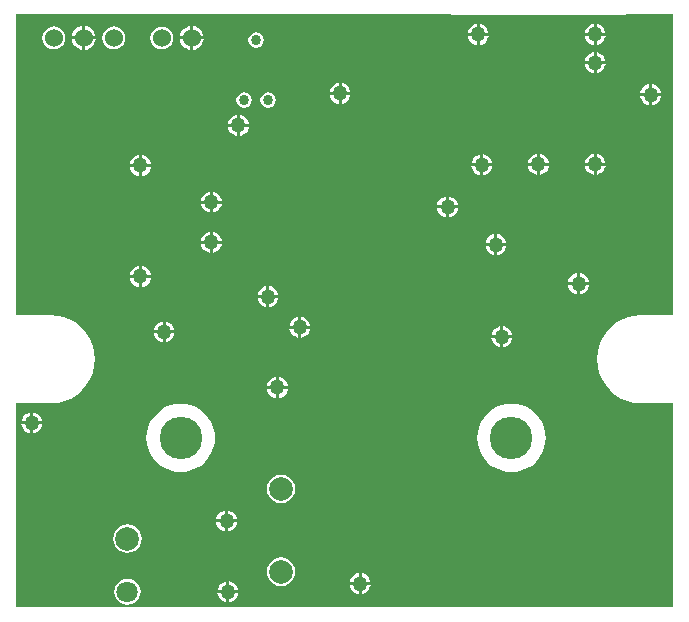
<source format=gbl>
G04 Layer_Physical_Order=2*
G04 Layer_Color=16711680*
%FSLAX44Y44*%
%MOMM*%
G71*
G01*
G75*
%ADD31C,3.6000*%
%ADD32C,0.8636*%
%ADD33C,2.0000*%
%ADD34C,1.5240*%
%ADD35C,1.8000*%
%ADD36C,1.2700*%
G36*
X560000Y252434D02*
X533050D01*
X532228Y252271D01*
X527202Y251875D01*
X521497Y250505D01*
X516077Y248260D01*
X511076Y245195D01*
X506615Y241385D01*
X502805Y236924D01*
X499739Y231922D01*
X497495Y226503D01*
X496125Y220798D01*
X495665Y214950D01*
X496125Y209102D01*
X497495Y203397D01*
X499739Y197978D01*
X502805Y192976D01*
X506615Y188515D01*
X511076Y184705D01*
X516077Y181639D01*
X521497Y179394D01*
X527202Y178025D01*
X533050Y177565D01*
Y177616D01*
X560000D01*
X560000Y5000D01*
X4000Y5000D01*
Y177616D01*
X33050D01*
Y177565D01*
X38898Y178025D01*
X44603Y179394D01*
X50023Y181639D01*
X55024Y184705D01*
X59485Y188515D01*
X63295Y192976D01*
X66361Y197978D01*
X68605Y203397D01*
X69975Y209102D01*
X70435Y214950D01*
X69975Y220798D01*
X68605Y226503D01*
X66361Y231922D01*
X63295Y236924D01*
X59485Y241385D01*
X55024Y245195D01*
X50023Y248260D01*
X44603Y250505D01*
X38898Y251875D01*
X33050Y252335D01*
Y252284D01*
X4000D01*
Y507000D01*
X372263D01*
X372558Y506558D01*
X373220Y506116D01*
X374000Y505961D01*
X518000D01*
X518780Y506116D01*
X519442Y506558D01*
X519737Y507000D01*
X560000D01*
X560000Y252434D01*
D02*
G37*
%LPC*%
G36*
X215730Y276800D02*
X214679Y276661D01*
X212517Y275765D01*
X210660Y274340D01*
X209235Y272483D01*
X208339Y270321D01*
X208200Y269270D01*
X215730D01*
Y276800D01*
D02*
G37*
G36*
X225800Y266730D02*
X218270D01*
Y259200D01*
X219321Y259339D01*
X221483Y260235D01*
X223340Y261660D01*
X224765Y263517D01*
X225661Y265679D01*
X225800Y266730D01*
D02*
G37*
G36*
X215730D02*
X208200D01*
X208339Y265679D01*
X209235Y263517D01*
X210660Y261660D01*
X212517Y260235D01*
X214679Y259339D01*
X215730Y259200D01*
Y266730D01*
D02*
G37*
G36*
X218270Y276800D02*
Y269270D01*
X225800D01*
X225661Y270321D01*
X224765Y272483D01*
X223340Y274340D01*
X221483Y275765D01*
X219321Y276661D01*
X218270Y276800D01*
D02*
G37*
G36*
X107730Y283730D02*
X100201D01*
X100339Y282679D01*
X101235Y280517D01*
X102660Y278660D01*
X104517Y277235D01*
X106679Y276339D01*
X107730Y276201D01*
Y283730D01*
D02*
G37*
G36*
X488800Y277730D02*
X481270D01*
Y270201D01*
X482321Y270339D01*
X484483Y271235D01*
X486340Y272660D01*
X487765Y274517D01*
X488661Y276679D01*
X488800Y277730D01*
D02*
G37*
G36*
X478730D02*
X471200D01*
X471339Y276679D01*
X472235Y274517D01*
X473660Y272660D01*
X475517Y271235D01*
X477679Y270339D01*
X478730Y270201D01*
Y277730D01*
D02*
G37*
G36*
X245270Y250800D02*
Y243270D01*
X252799D01*
X252661Y244321D01*
X251765Y246483D01*
X250340Y248340D01*
X248483Y249765D01*
X246321Y250661D01*
X245270Y250800D01*
D02*
G37*
G36*
X413730Y242799D02*
X412679Y242661D01*
X410517Y241765D01*
X408660Y240340D01*
X407235Y238483D01*
X406339Y236321D01*
X406200Y235270D01*
X413730D01*
Y242799D01*
D02*
G37*
G36*
X252799Y240730D02*
X245270D01*
Y233200D01*
X246321Y233339D01*
X248483Y234235D01*
X250340Y235660D01*
X251765Y237517D01*
X252661Y239679D01*
X252799Y240730D01*
D02*
G37*
G36*
X242730D02*
X235201D01*
X235339Y239679D01*
X236235Y237517D01*
X237660Y235660D01*
X239517Y234235D01*
X241679Y233339D01*
X242730Y233200D01*
Y240730D01*
D02*
G37*
G36*
X416270Y242799D02*
Y235270D01*
X423800D01*
X423661Y236321D01*
X422765Y238483D01*
X421340Y240340D01*
X419483Y241765D01*
X417321Y242661D01*
X416270Y242799D01*
D02*
G37*
G36*
X242730Y250800D02*
X241679Y250661D01*
X239517Y249765D01*
X237660Y248340D01*
X236235Y246483D01*
X235339Y244321D01*
X235201Y243270D01*
X242730D01*
Y250800D01*
D02*
G37*
G36*
X130270Y246800D02*
Y239270D01*
X137800D01*
X137661Y240321D01*
X136765Y242483D01*
X135340Y244340D01*
X133483Y245765D01*
X131321Y246661D01*
X130270Y246800D01*
D02*
G37*
G36*
X127730D02*
X126679Y246661D01*
X124517Y245765D01*
X122660Y244340D01*
X121235Y242483D01*
X120339Y240321D01*
X120201Y239270D01*
X127730D01*
Y246800D01*
D02*
G37*
G36*
X411270Y320799D02*
Y313270D01*
X418800D01*
X418661Y314321D01*
X417765Y316483D01*
X416340Y318340D01*
X414483Y319765D01*
X412321Y320661D01*
X411270Y320799D01*
D02*
G37*
G36*
X408730D02*
X407679Y320661D01*
X405517Y319765D01*
X403660Y318340D01*
X402235Y316483D01*
X401339Y314321D01*
X401200Y313270D01*
X408730D01*
Y320799D01*
D02*
G37*
G36*
X177799Y312730D02*
X170270D01*
Y305201D01*
X171321Y305339D01*
X173483Y306235D01*
X175340Y307660D01*
X176765Y309517D01*
X177661Y311679D01*
X177799Y312730D01*
D02*
G37*
G36*
X167730Y322799D02*
X166679Y322661D01*
X164517Y321765D01*
X162660Y320340D01*
X161235Y318483D01*
X160339Y316321D01*
X160201Y315270D01*
X167730D01*
Y322799D01*
D02*
G37*
G36*
X377799Y342730D02*
X370270D01*
Y335201D01*
X371321Y335339D01*
X373483Y336235D01*
X375340Y337659D01*
X376765Y339517D01*
X377661Y341679D01*
X377799Y342730D01*
D02*
G37*
G36*
X367730D02*
X360201D01*
X360339Y341679D01*
X361235Y339517D01*
X362660Y337659D01*
X364517Y336235D01*
X366679Y335339D01*
X367730Y335201D01*
Y342730D01*
D02*
G37*
G36*
X170270Y322799D02*
Y315270D01*
X177799D01*
X177661Y316321D01*
X176765Y318483D01*
X175340Y320340D01*
X173483Y321765D01*
X171321Y322661D01*
X170270Y322799D01*
D02*
G37*
G36*
X167730Y312730D02*
X160201D01*
X160339Y311679D01*
X161235Y309517D01*
X162660Y307660D01*
X164517Y306235D01*
X166679Y305339D01*
X167730Y305201D01*
Y312730D01*
D02*
G37*
G36*
X481270Y287799D02*
Y280270D01*
X488800D01*
X488661Y281321D01*
X487765Y283483D01*
X486340Y285340D01*
X484483Y286765D01*
X482321Y287661D01*
X481270Y287799D01*
D02*
G37*
G36*
X478730D02*
X477679Y287661D01*
X475517Y286765D01*
X473660Y285340D01*
X472235Y283483D01*
X471339Y281321D01*
X471200Y280270D01*
X478730D01*
Y287799D01*
D02*
G37*
G36*
X117800Y283730D02*
X110270D01*
Y276201D01*
X111321Y276339D01*
X113483Y277235D01*
X115340Y278660D01*
X116765Y280517D01*
X117661Y282679D01*
X117800Y283730D01*
D02*
G37*
G36*
X107730Y293799D02*
X106679Y293661D01*
X104517Y292765D01*
X102660Y291340D01*
X101235Y289483D01*
X100339Y287321D01*
X100201Y286270D01*
X107730D01*
Y293799D01*
D02*
G37*
G36*
X418800Y310730D02*
X411270D01*
Y303200D01*
X412321Y303339D01*
X414483Y304235D01*
X416340Y305660D01*
X417765Y307517D01*
X418661Y309679D01*
X418800Y310730D01*
D02*
G37*
G36*
X408730D02*
X401200D01*
X401339Y309679D01*
X402235Y307517D01*
X403660Y305660D01*
X405517Y304235D01*
X407679Y303339D01*
X408730Y303200D01*
Y310730D01*
D02*
G37*
G36*
X110270Y293799D02*
Y286270D01*
X117800D01*
X117661Y287321D01*
X116765Y289483D01*
X115340Y291340D01*
X113483Y292765D01*
X111321Y293661D01*
X110270Y293799D01*
D02*
G37*
G36*
X98000Y75104D02*
X94867Y74691D01*
X91948Y73482D01*
X89441Y71558D01*
X87518Y69052D01*
X86309Y66133D01*
X85896Y63000D01*
X86309Y59867D01*
X87518Y56948D01*
X89441Y54441D01*
X91948Y52518D01*
X94867Y51309D01*
X98000Y50896D01*
X101133Y51309D01*
X104052Y52518D01*
X106559Y54441D01*
X108482Y56948D01*
X109691Y59867D01*
X110104Y63000D01*
X109691Y66133D01*
X108482Y69052D01*
X106559Y71558D01*
X104052Y73482D01*
X101133Y74691D01*
X98000Y75104D01*
D02*
G37*
G36*
X296270Y33800D02*
Y26270D01*
X303799D01*
X303661Y27321D01*
X302765Y29483D01*
X301340Y31340D01*
X299483Y32765D01*
X297321Y33661D01*
X296270Y33800D01*
D02*
G37*
G36*
X293730D02*
X292679Y33661D01*
X290517Y32765D01*
X288660Y31340D01*
X287235Y29483D01*
X286339Y27321D01*
X286201Y26270D01*
X293730D01*
Y33800D01*
D02*
G37*
G36*
X180730Y76730D02*
X173200D01*
X173339Y75679D01*
X174235Y73517D01*
X175660Y71660D01*
X177517Y70235D01*
X179679Y69339D01*
X180730Y69201D01*
Y76730D01*
D02*
G37*
G36*
X183270Y86799D02*
Y79270D01*
X190800D01*
X190661Y80321D01*
X189765Y82483D01*
X188340Y84340D01*
X186483Y85765D01*
X184321Y86661D01*
X183270Y86799D01*
D02*
G37*
G36*
X180730D02*
X179679Y86661D01*
X177517Y85765D01*
X175660Y84340D01*
X174235Y82483D01*
X173339Y80321D01*
X173200Y79270D01*
X180730D01*
Y86799D01*
D02*
G37*
G36*
X190800Y76730D02*
X183270D01*
Y69201D01*
X184321Y69339D01*
X186483Y70235D01*
X188340Y71660D01*
X189765Y73517D01*
X190661Y75679D01*
X190800Y76730D01*
D02*
G37*
G36*
X228000Y47104D02*
X224867Y46691D01*
X221948Y45482D01*
X219442Y43559D01*
X217518Y41052D01*
X216309Y38133D01*
X215896Y35000D01*
X216309Y31867D01*
X217518Y28948D01*
X219442Y26442D01*
X221948Y24518D01*
X224867Y23309D01*
X228000Y22896D01*
X231133Y23309D01*
X234052Y24518D01*
X236558Y26442D01*
X238482Y28948D01*
X239691Y31867D01*
X240104Y35000D01*
X239691Y38133D01*
X238482Y41052D01*
X236558Y43559D01*
X234052Y45482D01*
X231133Y46691D01*
X228000Y47104D01*
D02*
G37*
G36*
X191800Y16730D02*
X184270D01*
Y9201D01*
X185321Y9339D01*
X187483Y10235D01*
X189340Y11660D01*
X190765Y13517D01*
X191661Y15679D01*
X191800Y16730D01*
D02*
G37*
G36*
X181730D02*
X174200D01*
X174339Y15679D01*
X175235Y13517D01*
X176660Y11660D01*
X178517Y10235D01*
X180679Y9339D01*
X181730Y9201D01*
Y16730D01*
D02*
G37*
G36*
X98000Y29095D02*
X95128Y28717D01*
X92453Y27608D01*
X90155Y25845D01*
X88392Y23547D01*
X87283Y20872D01*
X86905Y18000D01*
X87283Y15128D01*
X88392Y12453D01*
X90155Y10155D01*
X92453Y8392D01*
X95128Y7283D01*
X98000Y6905D01*
X100872Y7283D01*
X103547Y8392D01*
X105845Y10155D01*
X107608Y12453D01*
X108717Y15128D01*
X109095Y18000D01*
X108717Y20872D01*
X107608Y23547D01*
X105845Y25845D01*
X103547Y27608D01*
X100872Y28717D01*
X98000Y29095D01*
D02*
G37*
G36*
X293730Y23730D02*
X286201D01*
X286339Y22679D01*
X287235Y20517D01*
X288660Y18660D01*
X290517Y17235D01*
X292679Y16339D01*
X293730Y16200D01*
Y23730D01*
D02*
G37*
G36*
X184270Y26799D02*
Y19270D01*
X191800D01*
X191661Y20321D01*
X190765Y22483D01*
X189340Y24340D01*
X187483Y25765D01*
X185321Y26661D01*
X184270Y26799D01*
D02*
G37*
G36*
X181730D02*
X180679Y26661D01*
X178517Y25765D01*
X176660Y24340D01*
X175235Y22483D01*
X174339Y20321D01*
X174200Y19270D01*
X181730D01*
Y26799D01*
D02*
G37*
G36*
X303799Y23730D02*
X296270D01*
Y16200D01*
X297321Y16339D01*
X299483Y17235D01*
X301340Y18660D01*
X302765Y20517D01*
X303661Y22679D01*
X303799Y23730D01*
D02*
G37*
G36*
X226270Y199799D02*
Y192270D01*
X233799D01*
X233661Y193321D01*
X232765Y195483D01*
X231340Y197340D01*
X229483Y198765D01*
X227321Y199661D01*
X226270Y199799D01*
D02*
G37*
G36*
X223730D02*
X222679Y199661D01*
X220517Y198765D01*
X218660Y197340D01*
X217235Y195483D01*
X216339Y193321D01*
X216201Y192270D01*
X223730D01*
Y199799D01*
D02*
G37*
G36*
X233799Y189730D02*
X226270D01*
Y182201D01*
X227321Y182339D01*
X229483Y183235D01*
X231340Y184660D01*
X232765Y186517D01*
X233661Y188679D01*
X233799Y189730D01*
D02*
G37*
G36*
X413730Y232730D02*
X406200D01*
X406339Y231679D01*
X407235Y229517D01*
X408660Y227660D01*
X410517Y226235D01*
X412679Y225339D01*
X413730Y225201D01*
Y232730D01*
D02*
G37*
G36*
X137800Y236730D02*
X130270D01*
Y229200D01*
X131321Y229339D01*
X133483Y230235D01*
X135340Y231660D01*
X136765Y233517D01*
X137661Y235679D01*
X137800Y236730D01*
D02*
G37*
G36*
X127730D02*
X120201D01*
X120339Y235679D01*
X121235Y233517D01*
X122660Y231660D01*
X124517Y230235D01*
X126679Y229339D01*
X127730Y229200D01*
Y236730D01*
D02*
G37*
G36*
X423800Y232730D02*
X416270D01*
Y225201D01*
X417321Y225339D01*
X419483Y226235D01*
X421340Y227660D01*
X422765Y229517D01*
X423661Y231679D01*
X423800Y232730D01*
D02*
G37*
G36*
X223730Y189730D02*
X216201D01*
X216339Y188679D01*
X217235Y186517D01*
X218660Y184660D01*
X220517Y183235D01*
X222679Y182339D01*
X223730Y182201D01*
Y189730D01*
D02*
G37*
G36*
X423100Y177282D02*
X418566Y176925D01*
X414144Y175863D01*
X409943Y174123D01*
X406065Y171747D01*
X402607Y168793D01*
X399653Y165335D01*
X397277Y161457D01*
X395537Y157256D01*
X394475Y152834D01*
X394118Y148300D01*
X394475Y143766D01*
X395537Y139344D01*
X397277Y135143D01*
X399653Y131265D01*
X402607Y127807D01*
X406065Y124853D01*
X409943Y122477D01*
X414144Y120737D01*
X418566Y119675D01*
X423100Y119318D01*
X427634Y119675D01*
X432056Y120737D01*
X436257Y122477D01*
X440135Y124853D01*
X443593Y127807D01*
X446547Y131265D01*
X448923Y135143D01*
X450663Y139344D01*
X451725Y143766D01*
X452082Y148300D01*
X451725Y152834D01*
X450663Y157256D01*
X448923Y161457D01*
X446547Y165335D01*
X443593Y168793D01*
X440135Y171747D01*
X436257Y174123D01*
X432056Y175863D01*
X427634Y176925D01*
X423100Y177282D01*
D02*
G37*
G36*
X143100D02*
X138566Y176925D01*
X134144Y175863D01*
X129943Y174123D01*
X126065Y171747D01*
X122607Y168793D01*
X119653Y165335D01*
X117277Y161457D01*
X115537Y157256D01*
X114475Y152834D01*
X114118Y148300D01*
X114475Y143766D01*
X115537Y139344D01*
X117277Y135143D01*
X119653Y131265D01*
X122607Y127807D01*
X126065Y124853D01*
X129943Y122477D01*
X134144Y120737D01*
X138566Y119675D01*
X143100Y119318D01*
X147634Y119675D01*
X152056Y120737D01*
X156257Y122477D01*
X160135Y124853D01*
X163593Y127807D01*
X166547Y131265D01*
X168923Y135143D01*
X170663Y139344D01*
X171725Y143766D01*
X172082Y148300D01*
X171725Y152834D01*
X170663Y157256D01*
X168923Y161457D01*
X166547Y165335D01*
X163593Y168793D01*
X160135Y171747D01*
X156257Y174123D01*
X152056Y175863D01*
X147634Y176925D01*
X143100Y177282D01*
D02*
G37*
G36*
X228000Y117104D02*
X224867Y116691D01*
X221948Y115482D01*
X219442Y113559D01*
X217518Y111052D01*
X216309Y108133D01*
X215896Y105000D01*
X216309Y101867D01*
X217518Y98948D01*
X219442Y96441D01*
X221948Y94518D01*
X224867Y93309D01*
X228000Y92896D01*
X231133Y93309D01*
X234052Y94518D01*
X236558Y96441D01*
X238482Y98948D01*
X239691Y101867D01*
X240104Y105000D01*
X239691Y108133D01*
X238482Y111052D01*
X236558Y113559D01*
X234052Y115482D01*
X231133Y116691D01*
X228000Y117104D01*
D02*
G37*
G36*
X15730Y159730D02*
X8201D01*
X8339Y158679D01*
X9235Y156517D01*
X10660Y154660D01*
X12517Y153235D01*
X14679Y152339D01*
X15730Y152200D01*
Y159730D01*
D02*
G37*
G36*
X18270Y169799D02*
Y162270D01*
X25800D01*
X25661Y163321D01*
X24765Y165483D01*
X23340Y167340D01*
X21483Y168765D01*
X19321Y169661D01*
X18270Y169799D01*
D02*
G37*
G36*
X15730D02*
X14679Y169661D01*
X12517Y168765D01*
X10660Y167340D01*
X9235Y165483D01*
X8339Y163321D01*
X8201Y162270D01*
X15730D01*
Y169799D01*
D02*
G37*
G36*
X25800Y159730D02*
X18270D01*
Y152200D01*
X19321Y152339D01*
X21483Y153235D01*
X23340Y154660D01*
X24765Y156517D01*
X25661Y158679D01*
X25800Y159730D01*
D02*
G37*
G36*
X151090Y485630D02*
X142280D01*
X142462Y484248D01*
X143485Y481776D01*
X145114Y479654D01*
X147236Y478025D01*
X149708Y477001D01*
X151090Y476819D01*
Y485630D01*
D02*
G37*
G36*
X495270Y474799D02*
Y467270D01*
X502799D01*
X502661Y468321D01*
X501765Y470483D01*
X500340Y472340D01*
X498483Y473765D01*
X496321Y474661D01*
X495270Y474799D01*
D02*
G37*
G36*
X492730D02*
X491679Y474661D01*
X489517Y473765D01*
X487660Y472340D01*
X486235Y470483D01*
X485339Y468321D01*
X485201Y467270D01*
X492730D01*
Y474799D01*
D02*
G37*
G36*
X162440Y485630D02*
X153630D01*
Y476819D01*
X155012Y477001D01*
X157484Y478025D01*
X159606Y479654D01*
X161235Y481776D01*
X162258Y484248D01*
X162440Y485630D01*
D02*
G37*
G36*
X126960Y496603D02*
X124449Y496272D01*
X122108Y495303D01*
X120099Y493761D01*
X118557Y491752D01*
X117588Y489411D01*
X117257Y486900D01*
X117588Y484389D01*
X118557Y482048D01*
X120099Y480039D01*
X122108Y478497D01*
X124449Y477528D01*
X126960Y477197D01*
X129471Y477528D01*
X131812Y478497D01*
X133821Y480039D01*
X135363Y482048D01*
X136332Y484389D01*
X136663Y486900D01*
X136332Y489411D01*
X135363Y491752D01*
X133821Y493761D01*
X131812Y495303D01*
X129471Y496272D01*
X126960Y496603D01*
D02*
G37*
G36*
X71080Y485730D02*
X62270D01*
Y476920D01*
X63652Y477102D01*
X66124Y478125D01*
X68246Y479754D01*
X69875Y481876D01*
X70898Y484348D01*
X71080Y485730D01*
D02*
G37*
G36*
X59730D02*
X50919D01*
X51101Y484348D01*
X52125Y481876D01*
X53754Y479754D01*
X55876Y478125D01*
X58348Y477102D01*
X59730Y476920D01*
Y485730D01*
D02*
G37*
G36*
X502799Y464730D02*
X495270D01*
Y457201D01*
X496321Y457339D01*
X498483Y458235D01*
X500340Y459660D01*
X501765Y461517D01*
X502661Y463679D01*
X502799Y464730D01*
D02*
G37*
G36*
X539730Y447799D02*
X538679Y447661D01*
X536517Y446765D01*
X534660Y445340D01*
X533235Y443483D01*
X532339Y441321D01*
X532201Y440270D01*
X539730D01*
Y447799D01*
D02*
G37*
G36*
X286800Y438730D02*
X279270D01*
Y431200D01*
X280321Y431339D01*
X282483Y432235D01*
X284340Y433660D01*
X285765Y435517D01*
X286661Y437679D01*
X286800Y438730D01*
D02*
G37*
G36*
X276730D02*
X269200D01*
X269339Y437679D01*
X270235Y435517D01*
X271660Y433660D01*
X273517Y432235D01*
X275679Y431339D01*
X276730Y431200D01*
Y438730D01*
D02*
G37*
G36*
X542270Y447799D02*
Y440270D01*
X549799D01*
X549661Y441321D01*
X548765Y443483D01*
X547340Y445340D01*
X545483Y446765D01*
X543321Y447661D01*
X542270Y447799D01*
D02*
G37*
G36*
X492730Y464730D02*
X485201D01*
X485339Y463679D01*
X486235Y461517D01*
X487660Y459660D01*
X489517Y458235D01*
X491679Y457339D01*
X492730Y457201D01*
Y464730D01*
D02*
G37*
G36*
X279270Y448800D02*
Y441270D01*
X286800D01*
X286661Y442321D01*
X285765Y444483D01*
X284340Y446340D01*
X282483Y447765D01*
X280321Y448661D01*
X279270Y448800D01*
D02*
G37*
G36*
X276730D02*
X275679Y448661D01*
X273517Y447765D01*
X271660Y446340D01*
X270235Y444483D01*
X269339Y442321D01*
X269200Y441270D01*
X276730D01*
Y448800D01*
D02*
G37*
G36*
X62270Y497080D02*
Y488270D01*
X71080D01*
X70898Y489652D01*
X69875Y492124D01*
X68246Y494246D01*
X66124Y495875D01*
X63652Y496898D01*
X62270Y497080D01*
D02*
G37*
G36*
X59730D02*
X58348Y496898D01*
X55876Y495875D01*
X53754Y494246D01*
X52125Y492124D01*
X51101Y489652D01*
X50919Y488270D01*
X59730D01*
Y497080D01*
D02*
G37*
G36*
X153630Y496981D02*
Y488170D01*
X162440D01*
X162258Y489552D01*
X161235Y492024D01*
X159606Y494146D01*
X157484Y495775D01*
X155012Y496799D01*
X153630Y496981D01*
D02*
G37*
G36*
X393730Y498800D02*
X392679Y498661D01*
X390517Y497765D01*
X388660Y496340D01*
X387235Y494483D01*
X386339Y492321D01*
X386200Y491270D01*
X393730D01*
Y498800D01*
D02*
G37*
G36*
X495270D02*
Y491270D01*
X502799D01*
X502661Y492321D01*
X501765Y494483D01*
X500340Y496340D01*
X498483Y497765D01*
X496321Y498661D01*
X495270Y498800D01*
D02*
G37*
G36*
X492730D02*
X491679Y498661D01*
X489517Y497765D01*
X487660Y496340D01*
X486235Y494483D01*
X485339Y492321D01*
X485201Y491270D01*
X492730D01*
Y498800D01*
D02*
G37*
G36*
X396270D02*
Y491270D01*
X403800D01*
X403661Y492321D01*
X402765Y494483D01*
X401340Y496340D01*
X399483Y497765D01*
X397321Y498661D01*
X396270Y498800D01*
D02*
G37*
G36*
X151090Y496981D02*
X149708Y496799D01*
X147236Y495775D01*
X145114Y494146D01*
X143485Y492024D01*
X142462Y489552D01*
X142280Y488170D01*
X151090D01*
Y496981D01*
D02*
G37*
G36*
X207000Y491571D02*
X204485Y491071D01*
X202353Y489646D01*
X200929Y487515D01*
X200429Y485000D01*
X200929Y482485D01*
X202353Y480353D01*
X204485Y478929D01*
X207000Y478429D01*
X209515Y478929D01*
X211647Y480353D01*
X213071Y482485D01*
X213571Y485000D01*
X213071Y487515D01*
X211647Y489646D01*
X209515Y491071D01*
X207000Y491571D01*
D02*
G37*
G36*
X86400Y496703D02*
X83889Y496372D01*
X81549Y495403D01*
X79539Y493861D01*
X77997Y491852D01*
X77028Y489511D01*
X76697Y487000D01*
X77028Y484489D01*
X77997Y482149D01*
X79539Y480139D01*
X81549Y478597D01*
X83889Y477628D01*
X86400Y477297D01*
X88911Y477628D01*
X91251Y478597D01*
X93261Y480139D01*
X94803Y482149D01*
X95772Y484489D01*
X96103Y487000D01*
X95772Y489511D01*
X94803Y491852D01*
X93261Y493861D01*
X91251Y495403D01*
X88911Y496372D01*
X86400Y496703D01*
D02*
G37*
G36*
X35600D02*
X33089Y496372D01*
X30749Y495403D01*
X28739Y493861D01*
X27197Y491852D01*
X26228Y489511D01*
X25897Y487000D01*
X26228Y484489D01*
X27197Y482149D01*
X28739Y480139D01*
X30749Y478597D01*
X33089Y477628D01*
X35600Y477297D01*
X38111Y477628D01*
X40451Y478597D01*
X42461Y480139D01*
X44003Y482149D01*
X44972Y484489D01*
X45303Y487000D01*
X44972Y489511D01*
X44003Y491852D01*
X42461Y493861D01*
X40451Y495403D01*
X38111Y496372D01*
X35600Y496703D01*
D02*
G37*
G36*
X393730Y488730D02*
X386200D01*
X386339Y487679D01*
X387235Y485517D01*
X388660Y483660D01*
X390517Y482235D01*
X392679Y481339D01*
X393730Y481200D01*
Y488730D01*
D02*
G37*
G36*
X502799D02*
X495270D01*
Y481200D01*
X496321Y481339D01*
X498483Y482235D01*
X500340Y483660D01*
X501765Y485517D01*
X502661Y487679D01*
X502799Y488730D01*
D02*
G37*
G36*
X492730D02*
X485201D01*
X485339Y487679D01*
X486235Y485517D01*
X487660Y483660D01*
X489517Y482235D01*
X491679Y481339D01*
X492730Y481200D01*
Y488730D01*
D02*
G37*
G36*
X403800D02*
X396270D01*
Y481200D01*
X397321Y481339D01*
X399483Y482235D01*
X401340Y483660D01*
X402765Y485517D01*
X403661Y487679D01*
X403800Y488730D01*
D02*
G37*
G36*
X444730Y378730D02*
X437201D01*
X437339Y377679D01*
X438235Y375517D01*
X439660Y373660D01*
X441517Y372235D01*
X443679Y371339D01*
X444730Y371200D01*
Y378730D01*
D02*
G37*
G36*
X406800Y378230D02*
X399270D01*
Y370701D01*
X400321Y370839D01*
X402483Y371735D01*
X404340Y373160D01*
X405765Y375017D01*
X406661Y377179D01*
X406800Y378230D01*
D02*
G37*
G36*
X396730D02*
X389201D01*
X389339Y377179D01*
X390235Y375017D01*
X391660Y373160D01*
X393517Y371735D01*
X395679Y370839D01*
X396730Y370701D01*
Y378230D01*
D02*
G37*
G36*
X454799Y378730D02*
X447270D01*
Y371200D01*
X448321Y371339D01*
X450483Y372235D01*
X452340Y373660D01*
X453765Y375517D01*
X454661Y377679D01*
X454799Y378730D01*
D02*
G37*
G36*
X107730Y387799D02*
X106679Y387661D01*
X104517Y386765D01*
X102660Y385340D01*
X101235Y383483D01*
X100339Y381321D01*
X100201Y380270D01*
X107730D01*
Y387799D01*
D02*
G37*
G36*
X502799Y378730D02*
X495270D01*
Y371200D01*
X496321Y371339D01*
X498483Y372235D01*
X500340Y373660D01*
X501765Y375517D01*
X502661Y377679D01*
X502799Y378730D01*
D02*
G37*
G36*
X492730D02*
X485201D01*
X485339Y377679D01*
X486235Y375517D01*
X487660Y373660D01*
X489517Y372235D01*
X491679Y371339D01*
X492730Y371200D01*
Y378730D01*
D02*
G37*
G36*
X117800Y377730D02*
X110270D01*
Y370201D01*
X111321Y370339D01*
X113483Y371235D01*
X115340Y372660D01*
X116765Y374517D01*
X117661Y376679D01*
X117800Y377730D01*
D02*
G37*
G36*
X367730Y352799D02*
X366679Y352661D01*
X364517Y351765D01*
X362660Y350340D01*
X361235Y348483D01*
X360339Y346321D01*
X360201Y345270D01*
X367730D01*
Y352799D01*
D02*
G37*
G36*
X177799Y346730D02*
X170270D01*
Y339201D01*
X171321Y339339D01*
X173483Y340235D01*
X175340Y341660D01*
X176765Y343517D01*
X177661Y345679D01*
X177799Y346730D01*
D02*
G37*
G36*
X167730D02*
X160201D01*
X160339Y345679D01*
X161235Y343517D01*
X162660Y341660D01*
X164517Y340235D01*
X166679Y339339D01*
X167730Y339201D01*
Y346730D01*
D02*
G37*
G36*
X370270Y352799D02*
Y345270D01*
X377799D01*
X377661Y346321D01*
X376765Y348483D01*
X375340Y350340D01*
X373483Y351765D01*
X371321Y352661D01*
X370270Y352799D01*
D02*
G37*
G36*
X107730Y377730D02*
X100201D01*
X100339Y376679D01*
X101235Y374517D01*
X102660Y372660D01*
X104517Y371235D01*
X106679Y370339D01*
X107730Y370201D01*
Y377730D01*
D02*
G37*
G36*
X170270Y356800D02*
Y349270D01*
X177799D01*
X177661Y350321D01*
X176765Y352483D01*
X175340Y354340D01*
X173483Y355765D01*
X171321Y356661D01*
X170270Y356800D01*
D02*
G37*
G36*
X167730D02*
X166679Y356661D01*
X164517Y355765D01*
X162660Y354340D01*
X161235Y352483D01*
X160339Y350321D01*
X160201Y349270D01*
X167730D01*
Y356800D01*
D02*
G37*
G36*
X193270Y421800D02*
Y414270D01*
X200800D01*
X200661Y415321D01*
X199765Y417483D01*
X198340Y419340D01*
X196483Y420765D01*
X194321Y421661D01*
X193270Y421800D01*
D02*
G37*
G36*
X190730D02*
X189679Y421661D01*
X187517Y420765D01*
X185660Y419340D01*
X184235Y417483D01*
X183339Y415321D01*
X183200Y414270D01*
X190730D01*
Y421800D01*
D02*
G37*
G36*
X200800Y411730D02*
X193270D01*
Y404201D01*
X194321Y404339D01*
X196483Y405235D01*
X198340Y406660D01*
X199765Y408517D01*
X200661Y410679D01*
X200800Y411730D01*
D02*
G37*
G36*
X196840Y440771D02*
X194325Y440271D01*
X192193Y438847D01*
X190769Y436715D01*
X190269Y434200D01*
X190769Y431685D01*
X192193Y429553D01*
X194325Y428129D01*
X196840Y427629D01*
X199355Y428129D01*
X201487Y429553D01*
X202911Y431685D01*
X203411Y434200D01*
X202911Y436715D01*
X201487Y438847D01*
X199355Y440271D01*
X196840Y440771D01*
D02*
G37*
G36*
X549799Y437730D02*
X542270D01*
Y430201D01*
X543321Y430339D01*
X545483Y431235D01*
X547340Y432660D01*
X548765Y434517D01*
X549661Y436679D01*
X549799Y437730D01*
D02*
G37*
G36*
X539730D02*
X532201D01*
X532339Y436679D01*
X533235Y434517D01*
X534660Y432660D01*
X536517Y431235D01*
X538679Y430339D01*
X539730Y430201D01*
Y437730D01*
D02*
G37*
G36*
X217160Y440771D02*
X214645Y440271D01*
X212513Y438847D01*
X211089Y436715D01*
X210589Y434200D01*
X211089Y431685D01*
X212513Y429553D01*
X214645Y428129D01*
X217160Y427629D01*
X219675Y428129D01*
X221807Y429553D01*
X223231Y431685D01*
X223731Y434200D01*
X223231Y436715D01*
X221807Y438847D01*
X219675Y440271D01*
X217160Y440771D01*
D02*
G37*
G36*
X190730Y411730D02*
X183200D01*
X183339Y410679D01*
X184235Y408517D01*
X185660Y406660D01*
X187517Y405235D01*
X189679Y404339D01*
X190730Y404201D01*
Y411730D01*
D02*
G37*
G36*
X399270Y388300D02*
Y380770D01*
X406800D01*
X406661Y381821D01*
X405765Y383983D01*
X404340Y385840D01*
X402483Y387266D01*
X400321Y388161D01*
X399270Y388300D01*
D02*
G37*
G36*
X396730D02*
X395679Y388161D01*
X393517Y387266D01*
X391660Y385840D01*
X390235Y383983D01*
X389339Y381821D01*
X389201Y380770D01*
X396730D01*
Y388300D01*
D02*
G37*
G36*
X110270Y387799D02*
Y380270D01*
X117800D01*
X117661Y381321D01*
X116765Y383483D01*
X115340Y385340D01*
X113483Y386765D01*
X111321Y387661D01*
X110270Y387799D01*
D02*
G37*
G36*
X444730Y388800D02*
X443679Y388661D01*
X441517Y387765D01*
X439660Y386340D01*
X438235Y384483D01*
X437339Y382321D01*
X437201Y381270D01*
X444730D01*
Y388800D01*
D02*
G37*
G36*
X495270D02*
Y381270D01*
X502799D01*
X502661Y382321D01*
X501765Y384483D01*
X500340Y386340D01*
X498483Y387765D01*
X496321Y388661D01*
X495270Y388800D01*
D02*
G37*
G36*
X492730D02*
X491679Y388661D01*
X489517Y387765D01*
X487660Y386340D01*
X486235Y384483D01*
X485339Y382321D01*
X485201Y381270D01*
X492730D01*
Y388800D01*
D02*
G37*
G36*
X447270D02*
Y381270D01*
X454799D01*
X454661Y382321D01*
X453765Y384483D01*
X452340Y386340D01*
X450483Y387765D01*
X448321Y388661D01*
X447270Y388800D01*
D02*
G37*
%LPD*%
D31*
X423100Y148300D02*
D03*
X143100D02*
D03*
D32*
X207000Y485000D02*
D03*
X217160Y434200D02*
D03*
X196840D02*
D03*
D33*
X228000Y105000D02*
D03*
Y35000D02*
D03*
X98000Y63000D02*
D03*
D34*
X126960Y486900D02*
D03*
X152360D02*
D03*
X86400Y487000D02*
D03*
X35600D02*
D03*
X61000D02*
D03*
D35*
X98000Y18000D02*
D03*
D36*
X182000Y78000D02*
D03*
X183000Y18000D02*
D03*
X17000Y161000D02*
D03*
X192000Y413000D02*
D03*
X278000Y440000D02*
D03*
X398000Y379500D02*
D03*
X369000Y344000D02*
D03*
X295000Y25000D02*
D03*
X410000Y312000D02*
D03*
X109000Y285000D02*
D03*
Y379000D02*
D03*
X446000Y380000D02*
D03*
X395000Y490000D02*
D03*
X494000D02*
D03*
Y466000D02*
D03*
Y380000D02*
D03*
X169000Y314000D02*
D03*
Y348000D02*
D03*
X480000Y279000D02*
D03*
X541000Y439000D02*
D03*
X129000Y238000D02*
D03*
X225000Y191000D02*
D03*
X415000Y234000D02*
D03*
X244000Y242000D02*
D03*
X217000Y268000D02*
D03*
M02*

</source>
